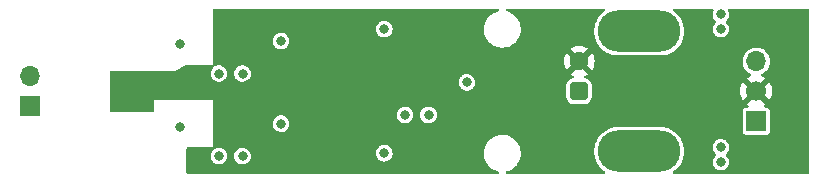
<source format=gbr>
%TF.GenerationSoftware,KiCad,Pcbnew,(6.0.10)*%
%TF.CreationDate,2023-06-04T21:30:06-04:00*%
%TF.ProjectId,diff-probe,64696666-2d70-4726-9f62-652e6b696361,A*%
%TF.SameCoordinates,PX1f78a40PY3750280*%
%TF.FileFunction,Copper,L2,Inr*%
%TF.FilePolarity,Positive*%
%FSLAX46Y46*%
G04 Gerber Fmt 4.6, Leading zero omitted, Abs format (unit mm)*
G04 Created by KiCad (PCBNEW (6.0.10)) date 2023-06-04 21:30:06*
%MOMM*%
%LPD*%
G01*
G04 APERTURE LIST*
G04 Aperture macros list*
%AMRoundRect*
0 Rectangle with rounded corners*
0 $1 Rounding radius*
0 $2 $3 $4 $5 $6 $7 $8 $9 X,Y pos of 4 corners*
0 Add a 4 corners polygon primitive as box body*
4,1,4,$2,$3,$4,$5,$6,$7,$8,$9,$2,$3,0*
0 Add four circle primitives for the rounded corners*
1,1,$1+$1,$2,$3*
1,1,$1+$1,$4,$5*
1,1,$1+$1,$6,$7*
1,1,$1+$1,$8,$9*
0 Add four rect primitives between the rounded corners*
20,1,$1+$1,$2,$3,$4,$5,0*
20,1,$1+$1,$4,$5,$6,$7,0*
20,1,$1+$1,$6,$7,$8,$9,0*
20,1,$1+$1,$8,$9,$2,$3,0*%
%AMHorizOval*
0 Thick line with rounded ends*
0 $1 width*
0 $2 $3 position (X,Y) of the first rounded end (center of the circle)*
0 $4 $5 position (X,Y) of the second rounded end (center of the circle)*
0 Add line between two ends*
20,1,$1,$2,$3,$4,$5,0*
0 Add two circle primitives to create the rounded ends*
1,1,$1,$2,$3*
1,1,$1,$4,$5*%
G04 Aperture macros list end*
%TA.AperFunction,ComponentPad*%
%ADD10O,7.000000X3.500000*%
%TD*%
%TA.AperFunction,ComponentPad*%
%ADD11RoundRect,0.400000X-0.400000X0.400000X-0.400000X-0.400000X0.400000X-0.400000X0.400000X0.400000X0*%
%TD*%
%TA.AperFunction,ComponentPad*%
%ADD12C,1.600000*%
%TD*%
%TA.AperFunction,ComponentPad*%
%ADD13R,1.700000X1.700000*%
%TD*%
%TA.AperFunction,ComponentPad*%
%ADD14O,1.700000X1.700000*%
%TD*%
%TA.AperFunction,ComponentPad*%
%ADD15HorizOval,1.700000X0.000000X0.000000X0.000000X0.000000X0*%
%TD*%
%TA.AperFunction,ViaPad*%
%ADD16C,0.800000*%
%TD*%
G04 APERTURE END LIST*
D10*
%TO.N,*%
%TO.C,J2*%
X53580000Y2920000D03*
X53580000Y13080000D03*
D11*
%TO.N,/OUT*%
X48500000Y8000000D03*
D12*
%TO.N,GND*%
X48500000Y10540000D03*
%TD*%
D13*
%TO.N,/IN_POS*%
%TO.C,J1*%
X2000000Y6730000D03*
D14*
%TO.N,/IN_NEG*%
X2000000Y9270000D03*
%TD*%
D13*
%TO.N,/NEG*%
%TO.C,J3*%
X63500000Y5460000D03*
D15*
%TO.N,GND*%
X63500000Y8000000D03*
D14*
%TO.N,/POS*%
X63500000Y10540000D03*
%TD*%
D16*
%TO.N,GND*%
X39500000Y5000000D03*
X18000000Y13000000D03*
X9750000Y8000000D03*
X23750000Y1500000D03*
X22000000Y1500000D03*
X20000000Y6000000D03*
X23750000Y8500000D03*
X22000000Y8500000D03*
X26750000Y4250000D03*
X37750000Y5000000D03*
X28750000Y4250000D03*
X18000000Y6000000D03*
X37500000Y13250000D03*
X37500000Y2750000D03*
X33750000Y9500000D03*
X35750000Y9500000D03*
X20000000Y13000000D03*
X11500000Y8000000D03*
%TO.N,VSS*%
X32000000Y2750000D03*
X60500000Y3250000D03*
X18000000Y2500000D03*
X20000000Y9500000D03*
X60500000Y2000000D03*
X18000000Y9500000D03*
X35750000Y6000000D03*
X20000000Y2500000D03*
X33750000Y6000000D03*
%TO.N,VDD*%
X60500000Y14500000D03*
X23250000Y5250000D03*
X39000000Y8750000D03*
X32000000Y13250000D03*
X60500000Y13250000D03*
X23250000Y12250000D03*
%TO.N,/FB_POS*%
X14750000Y5000000D03*
%TO.N,/FB_NEG*%
X14750000Y12000000D03*
%TD*%
%TA.AperFunction,Conductor*%
%TO.N,GND*%
G36*
X41651361Y14979998D02*
G01*
X41697854Y14926342D01*
X41707958Y14856068D01*
X41678464Y14791488D01*
X41613295Y14751637D01*
X41566374Y14740112D01*
X41508994Y14726018D01*
X41504342Y14724043D01*
X41504338Y14724042D01*
X41340766Y14654610D01*
X41279323Y14628529D01*
X41068192Y14495573D01*
X41064398Y14492228D01*
X40884832Y14333920D01*
X40884829Y14333917D01*
X40881035Y14330572D01*
X40722666Y14137770D01*
X40597160Y13922128D01*
X40595347Y13917405D01*
X40595346Y13917403D01*
X40563187Y13833625D01*
X40507745Y13689195D01*
X40506712Y13684249D01*
X40506710Y13684243D01*
X40485236Y13581450D01*
X40456722Y13444961D01*
X40456493Y13439912D01*
X40456492Y13439906D01*
X40455170Y13410780D01*
X40445404Y13195712D01*
X40445985Y13190692D01*
X40445985Y13190688D01*
X40456893Y13096414D01*
X40474081Y12947860D01*
X40475460Y12942989D01*
X40475460Y12942986D01*
X40484779Y12910053D01*
X40542017Y12707781D01*
X40564838Y12658841D01*
X40638896Y12500023D01*
X40647462Y12481652D01*
X40787706Y12275290D01*
X40959138Y12094006D01*
X40963164Y12090928D01*
X40963165Y12090927D01*
X41128144Y11964791D01*
X41157349Y11942462D01*
X41377239Y11824557D01*
X41613152Y11743326D01*
X41741099Y11721226D01*
X41855107Y11701533D01*
X41855113Y11701532D01*
X41859017Y11700858D01*
X41862978Y11700678D01*
X41862979Y11700678D01*
X41887503Y11699564D01*
X41887522Y11699564D01*
X41888922Y11699500D01*
X42062691Y11699500D01*
X42065199Y11699702D01*
X42065204Y11699702D01*
X42243661Y11714060D01*
X42243666Y11714061D01*
X42248702Y11714466D01*
X42253610Y11715671D01*
X42253613Y11715672D01*
X42486092Y11772775D01*
X42491006Y11773982D01*
X42495658Y11775957D01*
X42495662Y11775958D01*
X42716022Y11869495D01*
X42716023Y11869495D01*
X42720677Y11871471D01*
X42931808Y12004427D01*
X43029923Y12090927D01*
X43115168Y12166080D01*
X43115171Y12166083D01*
X43118965Y12169428D01*
X43277334Y12362230D01*
X43402840Y12577872D01*
X43404983Y12583453D01*
X43475607Y12767436D01*
X43492255Y12810805D01*
X43495980Y12828632D01*
X43542243Y13050085D01*
X43543278Y13055039D01*
X43543518Y13060313D01*
X43551943Y13245865D01*
X43554596Y13304288D01*
X43540581Y13425423D01*
X43526501Y13547110D01*
X43525919Y13552140D01*
X43457983Y13792219D01*
X43395366Y13926502D01*
X43354675Y14013766D01*
X43354673Y14013770D01*
X43352538Y14018348D01*
X43212294Y14224710D01*
X43040862Y14405994D01*
X42980773Y14451936D01*
X42846677Y14554460D01*
X42846676Y14554461D01*
X42842651Y14557538D01*
X42622761Y14675443D01*
X42392102Y14754865D01*
X42334204Y14795955D01*
X42307713Y14861824D01*
X42321038Y14931559D01*
X42369950Y14983019D01*
X42433123Y15000000D01*
X50596346Y15000000D01*
X50664467Y14979998D01*
X50710960Y14926342D01*
X50721064Y14856068D01*
X50691570Y14791488D01*
X50670407Y14772064D01*
X50534128Y14673051D01*
X50508746Y14654610D01*
X50505582Y14651554D01*
X50505579Y14651552D01*
X50305626Y14458460D01*
X50305622Y14458455D01*
X50302461Y14455403D01*
X50299754Y14451938D01*
X50299752Y14451936D01*
X50217309Y14346414D01*
X50125907Y14229425D01*
X50123704Y14225609D01*
X50012968Y14033807D01*
X49982523Y13981075D01*
X49875097Y13715187D01*
X49805721Y13436935D01*
X49805262Y13432566D01*
X49805261Y13432561D01*
X49780898Y13200766D01*
X49775745Y13151736D01*
X49775898Y13147348D01*
X49775898Y13147342D01*
X49784260Y12907906D01*
X49785753Y12865141D01*
X49786515Y12860818D01*
X49786516Y12860811D01*
X49818128Y12681533D01*
X49835550Y12582728D01*
X49836905Y12578557D01*
X49836907Y12578550D01*
X49870076Y12476468D01*
X49924167Y12309994D01*
X49926095Y12306041D01*
X49926097Y12306036D01*
X49955445Y12245865D01*
X50049879Y12052247D01*
X50210238Y11814504D01*
X50402125Y11601392D01*
X50621803Y11417060D01*
X50864998Y11265095D01*
X51006260Y11202201D01*
X51091661Y11164178D01*
X51126975Y11148455D01*
X51402636Y11069411D01*
X51406986Y11068800D01*
X51406989Y11068799D01*
X51511342Y11054133D01*
X51686615Y11029500D01*
X55401604Y11029500D01*
X55403790Y11029653D01*
X55403794Y11029653D01*
X55611686Y11044190D01*
X55611691Y11044191D01*
X55616071Y11044497D01*
X55620365Y11045410D01*
X55620367Y11045410D01*
X55738984Y11070623D01*
X55896575Y11104120D01*
X55900706Y11105624D01*
X55900711Y11105625D01*
X56075633Y11169292D01*
X56166050Y11202201D01*
X56243081Y11243159D01*
X56415361Y11334761D01*
X56415367Y11334765D01*
X56419253Y11336831D01*
X56422813Y11339418D01*
X56422817Y11339420D01*
X56647691Y11502801D01*
X56647694Y11502803D01*
X56651254Y11505390D01*
X56654421Y11508448D01*
X56854374Y11701540D01*
X56854378Y11701545D01*
X56857539Y11704597D01*
X56864933Y11714060D01*
X57031381Y11927104D01*
X57034093Y11930575D01*
X57087761Y12023532D01*
X57175276Y12175112D01*
X57175278Y12175117D01*
X57177477Y12178925D01*
X57284903Y12444813D01*
X57292796Y12476468D01*
X57353214Y12718794D01*
X57354279Y12723065D01*
X57360664Y12783807D01*
X57383796Y13003895D01*
X57383796Y13003898D01*
X57384255Y13008264D01*
X57382622Y13055039D01*
X57374401Y13290462D01*
X57374400Y13290468D01*
X57374247Y13294859D01*
X57372585Y13304288D01*
X57325212Y13572949D01*
X57324450Y13577272D01*
X57323095Y13581443D01*
X57323093Y13581450D01*
X57258265Y13780967D01*
X57235833Y13850006D01*
X57223716Y13874851D01*
X57170046Y13984888D01*
X57110121Y14107753D01*
X56949762Y14345496D01*
X56757875Y14558608D01*
X56538197Y14742940D01*
X56524279Y14751637D01*
X56499460Y14767146D01*
X56452289Y14820207D01*
X56441294Y14890347D01*
X56469965Y14955297D01*
X56529199Y14994436D01*
X56566229Y15000000D01*
X59758684Y15000000D01*
X59826805Y14979998D01*
X59873298Y14926342D01*
X59883402Y14856068D01*
X59876078Y14828233D01*
X59816524Y14675487D01*
X59815532Y14667954D01*
X59815532Y14667953D01*
X59800591Y14554460D01*
X59794394Y14507389D01*
X59812999Y14338865D01*
X59871266Y14179644D01*
X59875502Y14173341D01*
X59875502Y14173340D01*
X59888574Y14153887D01*
X59965830Y14038917D01*
X59971442Y14033810D01*
X59971445Y14033807D01*
X60043737Y13968027D01*
X60080659Y13907387D01*
X60078936Y13836412D01*
X60041768Y13779888D01*
X59975604Y13722169D01*
X59878113Y13583453D01*
X59816524Y13425487D01*
X59815532Y13417954D01*
X59815532Y13417953D01*
X59799903Y13299234D01*
X59794394Y13257389D01*
X59812999Y13088865D01*
X59871266Y12929644D01*
X59875502Y12923341D01*
X59875502Y12923340D01*
X59885289Y12908776D01*
X59965830Y12788917D01*
X59971442Y12783810D01*
X59971445Y12783807D01*
X60085612Y12679923D01*
X60085616Y12679920D01*
X60091233Y12674809D01*
X60097906Y12671186D01*
X60097910Y12671183D01*
X60233558Y12597533D01*
X60233560Y12597532D01*
X60240235Y12593908D01*
X60247584Y12591980D01*
X60396883Y12552812D01*
X60396885Y12552812D01*
X60404233Y12550884D01*
X60490609Y12549527D01*
X60566161Y12548340D01*
X60566164Y12548340D01*
X60573760Y12548221D01*
X60581165Y12549917D01*
X60581166Y12549917D01*
X60641586Y12563755D01*
X60739029Y12586072D01*
X60890498Y12662253D01*
X61019423Y12772366D01*
X61118361Y12910053D01*
X61126237Y12929644D01*
X61178766Y13060313D01*
X61178767Y13060315D01*
X61181601Y13067366D01*
X61205490Y13235222D01*
X61205645Y13250000D01*
X61203840Y13264920D01*
X61186188Y13410780D01*
X61185276Y13418320D01*
X61125345Y13576923D01*
X61029312Y13716651D01*
X60957122Y13780970D01*
X60919568Y13841218D01*
X60920548Y13912208D01*
X60959112Y13970855D01*
X61013651Y14017436D01*
X61013652Y14017437D01*
X61019423Y14022366D01*
X61118361Y14160053D01*
X61126237Y14179644D01*
X61178766Y14310313D01*
X61178767Y14310315D01*
X61181601Y14317366D01*
X61205490Y14485222D01*
X61205645Y14500000D01*
X61203840Y14514920D01*
X61198553Y14558608D01*
X61185276Y14668320D01*
X61125345Y14826923D01*
X61127792Y14827847D01*
X61116389Y14885274D01*
X61142407Y14951332D01*
X61200007Y14992837D01*
X61241884Y15000000D01*
X67874000Y15000000D01*
X67942121Y14979998D01*
X67988614Y14926342D01*
X68000000Y14874000D01*
X68000000Y1126000D01*
X67979998Y1057879D01*
X67926342Y1011386D01*
X67874000Y1000000D01*
X56563654Y1000000D01*
X56495533Y1020002D01*
X56449040Y1073658D01*
X56438936Y1143932D01*
X56468430Y1208512D01*
X56489593Y1227936D01*
X56647691Y1342801D01*
X56647694Y1342803D01*
X56651254Y1345390D01*
X56654421Y1348448D01*
X56854374Y1541540D01*
X56854378Y1541545D01*
X56857539Y1544597D01*
X56899019Y1597688D01*
X57031381Y1767104D01*
X57034093Y1770575D01*
X57089533Y1866601D01*
X57170817Y2007389D01*
X59794394Y2007389D01*
X59812999Y1838865D01*
X59871266Y1679644D01*
X59875502Y1673341D01*
X59875502Y1673340D01*
X59885709Y1658150D01*
X59965830Y1538917D01*
X59971442Y1533810D01*
X59971445Y1533807D01*
X60085612Y1429923D01*
X60085616Y1429920D01*
X60091233Y1424809D01*
X60097906Y1421186D01*
X60097910Y1421183D01*
X60233558Y1347533D01*
X60233560Y1347532D01*
X60240235Y1343908D01*
X60247584Y1341980D01*
X60396883Y1302812D01*
X60396885Y1302812D01*
X60404233Y1300884D01*
X60490609Y1299527D01*
X60566161Y1298340D01*
X60566164Y1298340D01*
X60573760Y1298221D01*
X60581165Y1299917D01*
X60581166Y1299917D01*
X60641586Y1313755D01*
X60739029Y1336072D01*
X60890498Y1412253D01*
X61019423Y1522366D01*
X61118361Y1660053D01*
X61126237Y1679644D01*
X61178766Y1810313D01*
X61178767Y1810315D01*
X61181601Y1817366D01*
X61205490Y1985222D01*
X61205645Y2000000D01*
X61203840Y2014920D01*
X61196221Y2077872D01*
X61185276Y2168320D01*
X61125345Y2326923D01*
X61059079Y2423340D01*
X61033614Y2460392D01*
X61033613Y2460393D01*
X61029312Y2466651D01*
X60957122Y2530970D01*
X60919568Y2591218D01*
X60920548Y2662208D01*
X60959112Y2720855D01*
X61013651Y2767436D01*
X61013652Y2767437D01*
X61019423Y2772366D01*
X61118361Y2910053D01*
X61124540Y2925423D01*
X61178766Y3060313D01*
X61178767Y3060315D01*
X61181601Y3067366D01*
X61190581Y3130462D01*
X61204909Y3231138D01*
X61204909Y3231141D01*
X61205490Y3235222D01*
X61205645Y3250000D01*
X61203840Y3264920D01*
X61195104Y3337108D01*
X61185276Y3418320D01*
X61125345Y3576923D01*
X61080841Y3641676D01*
X61033614Y3710392D01*
X61033613Y3710393D01*
X61029312Y3716651D01*
X61016132Y3728394D01*
X60908392Y3824388D01*
X60908388Y3824390D01*
X60902721Y3829440D01*
X60752881Y3908776D01*
X60588441Y3950081D01*
X60580843Y3950121D01*
X60580841Y3950121D01*
X60503668Y3950525D01*
X60418895Y3950969D01*
X60411508Y3949195D01*
X60411504Y3949195D01*
X60268162Y3914780D01*
X60254032Y3911388D01*
X60247288Y3907907D01*
X60247285Y3907906D01*
X60110117Y3837108D01*
X60103369Y3833625D01*
X60097647Y3828633D01*
X60097645Y3828632D01*
X60026069Y3766192D01*
X59975604Y3722169D01*
X59971237Y3715955D01*
X59913216Y3633399D01*
X59878113Y3583453D01*
X59816524Y3425487D01*
X59815532Y3417954D01*
X59815532Y3417953D01*
X59798339Y3287352D01*
X59794394Y3257389D01*
X59812999Y3088865D01*
X59818297Y3074388D01*
X59867511Y2939906D01*
X59871266Y2929644D01*
X59875502Y2923341D01*
X59875502Y2923340D01*
X59888574Y2903887D01*
X59965830Y2788917D01*
X59971442Y2783810D01*
X59971445Y2783807D01*
X60043737Y2718027D01*
X60080659Y2657387D01*
X60078936Y2586412D01*
X60041768Y2529888D01*
X59975604Y2472169D01*
X59878113Y2333453D01*
X59816524Y2175487D01*
X59815532Y2167954D01*
X59815532Y2167953D01*
X59795411Y2015112D01*
X59794394Y2007389D01*
X57170817Y2007389D01*
X57175276Y2015112D01*
X57175278Y2015117D01*
X57177477Y2018925D01*
X57284903Y2284813D01*
X57296963Y2333181D01*
X57353214Y2558794D01*
X57354279Y2563065D01*
X57360796Y2625063D01*
X57383796Y2843895D01*
X57383796Y2843898D01*
X57384255Y2848264D01*
X57382313Y2903887D01*
X57374401Y3130462D01*
X57374400Y3130468D01*
X57374247Y3134859D01*
X57370657Y3155224D01*
X57325622Y3410625D01*
X57324450Y3417272D01*
X57323095Y3421443D01*
X57323093Y3421450D01*
X57254226Y3633399D01*
X57235833Y3690006D01*
X57222838Y3716651D01*
X57132284Y3902312D01*
X57110121Y3947753D01*
X56949762Y4185496D01*
X56757875Y4398608D01*
X56559155Y4565354D01*
X62349500Y4565354D01*
X62352618Y4539154D01*
X62398061Y4436847D01*
X62477287Y4357759D01*
X62487924Y4353056D01*
X62487926Y4353055D01*
X62526341Y4336072D01*
X62579673Y4312494D01*
X62605354Y4309500D01*
X64394646Y4309500D01*
X64398350Y4309941D01*
X64398353Y4309941D01*
X64405746Y4310821D01*
X64420846Y4312618D01*
X64523153Y4358061D01*
X64602241Y4437287D01*
X64647506Y4539673D01*
X64650500Y4565354D01*
X64650500Y6354646D01*
X64647382Y6380846D01*
X64607025Y6471704D01*
X64606663Y6472518D01*
X64601939Y6483153D01*
X64522713Y6562241D01*
X64512076Y6566944D01*
X64512074Y6566945D01*
X64452538Y6593265D01*
X64420327Y6607506D01*
X64394646Y6610500D01*
X64284285Y6610500D01*
X64216164Y6630502D01*
X64169671Y6684158D01*
X64159567Y6754432D01*
X64189061Y6819012D01*
X64211116Y6839078D01*
X64249247Y6866277D01*
X64257648Y6876977D01*
X64250660Y6890130D01*
X63512812Y7627978D01*
X63498868Y7635592D01*
X63497035Y7635461D01*
X63490420Y7631210D01*
X62746737Y6887527D01*
X62739977Y6875147D01*
X62745257Y6868094D01*
X62784284Y6845288D01*
X62833007Y6793649D01*
X62846078Y6723866D01*
X62819346Y6658094D01*
X62761299Y6617216D01*
X62720713Y6610500D01*
X62605354Y6610500D01*
X62601650Y6610059D01*
X62601647Y6610059D01*
X62594254Y6609179D01*
X62579154Y6607382D01*
X62570514Y6603544D01*
X62570513Y6603544D01*
X62488117Y6566945D01*
X62476847Y6561939D01*
X62397759Y6482713D01*
X62393056Y6472076D01*
X62393055Y6472074D01*
X62366735Y6412538D01*
X62352494Y6380327D01*
X62349500Y6354646D01*
X62349500Y4565354D01*
X56559155Y4565354D01*
X56538197Y4582940D01*
X56295002Y4734905D01*
X56033025Y4851545D01*
X55804406Y4917100D01*
X55761591Y4929377D01*
X55761590Y4929377D01*
X55757364Y4930589D01*
X55753014Y4931200D01*
X55753011Y4931201D01*
X55648658Y4945867D01*
X55473385Y4970500D01*
X51758396Y4970500D01*
X51756210Y4970347D01*
X51756206Y4970347D01*
X51548314Y4955810D01*
X51548309Y4955809D01*
X51543929Y4955503D01*
X51539635Y4954590D01*
X51539633Y4954590D01*
X51455835Y4936778D01*
X51263425Y4895880D01*
X51259294Y4894376D01*
X51259289Y4894375D01*
X51141616Y4851545D01*
X50993950Y4797799D01*
X50936845Y4767436D01*
X50744639Y4665239D01*
X50744633Y4665235D01*
X50740747Y4663169D01*
X50737187Y4660582D01*
X50737183Y4660580D01*
X50512309Y4497199D01*
X50508746Y4494610D01*
X50505582Y4491554D01*
X50505579Y4491552D01*
X50305626Y4298460D01*
X50305622Y4298455D01*
X50302461Y4295403D01*
X50299754Y4291938D01*
X50299752Y4291936D01*
X50216592Y4185496D01*
X50125907Y4069425D01*
X50107371Y4037320D01*
X49987353Y3829440D01*
X49982523Y3821075D01*
X49875097Y3555187D01*
X49874032Y3550914D01*
X49874031Y3550912D01*
X49859243Y3491599D01*
X49805721Y3276935D01*
X49805262Y3272565D01*
X49805261Y3272561D01*
X49784641Y3076373D01*
X49775745Y2991736D01*
X49775898Y2987348D01*
X49775898Y2987342D01*
X49784703Y2735222D01*
X49785753Y2705141D01*
X49786515Y2700818D01*
X49786516Y2700811D01*
X49818128Y2521533D01*
X49835550Y2422728D01*
X49836905Y2418557D01*
X49836907Y2418550D01*
X49865116Y2331734D01*
X49924167Y2149994D01*
X49926095Y2146041D01*
X49926097Y2146036D01*
X49957039Y2082597D01*
X50049879Y1892247D01*
X50210238Y1654504D01*
X50402125Y1441392D01*
X50621803Y1257060D01*
X50625539Y1254726D01*
X50625541Y1254724D01*
X50660540Y1232854D01*
X50707711Y1179793D01*
X50718706Y1109653D01*
X50690035Y1044703D01*
X50630801Y1005564D01*
X50593771Y1000000D01*
X42416760Y1000000D01*
X42348639Y1020002D01*
X42302146Y1073658D01*
X42292042Y1143932D01*
X42321536Y1208512D01*
X42386705Y1248363D01*
X42486092Y1272775D01*
X42491006Y1273982D01*
X42495658Y1275957D01*
X42495662Y1275958D01*
X42716022Y1369495D01*
X42716023Y1369495D01*
X42720677Y1371471D01*
X42931808Y1504427D01*
X42978075Y1545217D01*
X43115168Y1666080D01*
X43115171Y1666083D01*
X43118965Y1669428D01*
X43127357Y1679644D01*
X43209363Y1779481D01*
X43277334Y1862230D01*
X43402840Y2077872D01*
X43407298Y2089484D01*
X43475607Y2267436D01*
X43492255Y2310805D01*
X43494139Y2319820D01*
X43542243Y2550085D01*
X43543278Y2555039D01*
X43543518Y2560313D01*
X43550094Y2705141D01*
X43554596Y2804288D01*
X43550014Y2843895D01*
X43526501Y3047110D01*
X43525919Y3052140D01*
X43521611Y3067366D01*
X43465708Y3264920D01*
X43457983Y3292219D01*
X43386899Y3444660D01*
X43354675Y3513766D01*
X43354673Y3513770D01*
X43352538Y3518348D01*
X43212294Y3724710D01*
X43040862Y3905994D01*
X42983147Y3950121D01*
X42846677Y4054460D01*
X42846676Y4054461D01*
X42842651Y4057538D01*
X42622761Y4175443D01*
X42386848Y4256674D01*
X42258901Y4278774D01*
X42144893Y4298467D01*
X42144887Y4298468D01*
X42140983Y4299142D01*
X42137022Y4299322D01*
X42137021Y4299322D01*
X42112497Y4300436D01*
X42112478Y4300436D01*
X42111078Y4300500D01*
X41937309Y4300500D01*
X41934801Y4300298D01*
X41934796Y4300298D01*
X41756339Y4285940D01*
X41756334Y4285939D01*
X41751298Y4285534D01*
X41746390Y4284329D01*
X41746387Y4284328D01*
X41516392Y4227835D01*
X41508994Y4226018D01*
X41504342Y4224043D01*
X41504338Y4224042D01*
X41283978Y4130505D01*
X41279323Y4128529D01*
X41068192Y3995573D01*
X41064398Y3992228D01*
X40884832Y3833920D01*
X40884829Y3833917D01*
X40881035Y3830572D01*
X40722666Y3637770D01*
X40597160Y3422128D01*
X40595347Y3417405D01*
X40595346Y3417403D01*
X40590671Y3405224D01*
X40507745Y3189195D01*
X40506712Y3184249D01*
X40506710Y3184243D01*
X40466494Y2991736D01*
X40456722Y2944961D01*
X40456493Y2939912D01*
X40456492Y2939906D01*
X40455457Y2917100D01*
X40445404Y2695712D01*
X40445985Y2690692D01*
X40445985Y2690688D01*
X40461070Y2560313D01*
X40474081Y2447860D01*
X40475460Y2442989D01*
X40475460Y2442986D01*
X40481193Y2422728D01*
X40542017Y2207781D01*
X40570809Y2146036D01*
X40643874Y1989347D01*
X40647462Y1981652D01*
X40787706Y1775290D01*
X40959138Y1594006D01*
X40963164Y1590928D01*
X40963165Y1590927D01*
X41031191Y1538917D01*
X41157349Y1442462D01*
X41377239Y1324557D01*
X41524120Y1273982D01*
X41607898Y1245135D01*
X41665796Y1204045D01*
X41692287Y1138176D01*
X41678962Y1068441D01*
X41630050Y1016981D01*
X41566877Y1000000D01*
X15376000Y1000000D01*
X15307879Y1020002D01*
X15261386Y1073658D01*
X15250000Y1126000D01*
X15250000Y2507389D01*
X17294394Y2507389D01*
X17312999Y2338865D01*
X17371266Y2179644D01*
X17375502Y2173341D01*
X17375502Y2173340D01*
X17385245Y2158841D01*
X17465830Y2038917D01*
X17471442Y2033810D01*
X17471445Y2033807D01*
X17585612Y1929923D01*
X17585616Y1929920D01*
X17591233Y1924809D01*
X17597906Y1921186D01*
X17597910Y1921183D01*
X17733558Y1847533D01*
X17733560Y1847532D01*
X17740235Y1843908D01*
X17747584Y1841980D01*
X17896883Y1802812D01*
X17896885Y1802812D01*
X17904233Y1800884D01*
X17990609Y1799527D01*
X18066161Y1798340D01*
X18066164Y1798340D01*
X18073760Y1798221D01*
X18081165Y1799917D01*
X18081166Y1799917D01*
X18157353Y1817366D01*
X18239029Y1836072D01*
X18390498Y1912253D01*
X18469713Y1979910D01*
X18513651Y2017436D01*
X18513652Y2017437D01*
X18519423Y2022366D01*
X18618361Y2160053D01*
X18624540Y2175423D01*
X18678766Y2310313D01*
X18678767Y2310315D01*
X18681601Y2317366D01*
X18702847Y2466651D01*
X18704909Y2481138D01*
X18704909Y2481141D01*
X18705490Y2485222D01*
X18705645Y2500000D01*
X18704751Y2507389D01*
X19294394Y2507389D01*
X19312999Y2338865D01*
X19371266Y2179644D01*
X19375502Y2173341D01*
X19375502Y2173340D01*
X19385245Y2158841D01*
X19465830Y2038917D01*
X19471442Y2033810D01*
X19471445Y2033807D01*
X19585612Y1929923D01*
X19585616Y1929920D01*
X19591233Y1924809D01*
X19597906Y1921186D01*
X19597910Y1921183D01*
X19733558Y1847533D01*
X19733560Y1847532D01*
X19740235Y1843908D01*
X19747584Y1841980D01*
X19896883Y1802812D01*
X19896885Y1802812D01*
X19904233Y1800884D01*
X19990609Y1799527D01*
X20066161Y1798340D01*
X20066164Y1798340D01*
X20073760Y1798221D01*
X20081165Y1799917D01*
X20081166Y1799917D01*
X20157353Y1817366D01*
X20239029Y1836072D01*
X20390498Y1912253D01*
X20469713Y1979910D01*
X20513651Y2017436D01*
X20513652Y2017437D01*
X20519423Y2022366D01*
X20618361Y2160053D01*
X20624540Y2175423D01*
X20678766Y2310313D01*
X20678767Y2310315D01*
X20681601Y2317366D01*
X20702847Y2466651D01*
X20704909Y2481138D01*
X20704909Y2481141D01*
X20705490Y2485222D01*
X20705645Y2500000D01*
X20703840Y2514920D01*
X20699584Y2550085D01*
X20685276Y2668320D01*
X20651620Y2757389D01*
X31294394Y2757389D01*
X31312999Y2588865D01*
X31371266Y2429644D01*
X31375502Y2423341D01*
X31375502Y2423340D01*
X31388574Y2403887D01*
X31465830Y2288917D01*
X31471442Y2283810D01*
X31471445Y2283807D01*
X31585612Y2179923D01*
X31585616Y2179920D01*
X31591233Y2174809D01*
X31597906Y2171186D01*
X31597910Y2171183D01*
X31733558Y2097533D01*
X31733560Y2097532D01*
X31740235Y2093908D01*
X31747584Y2091980D01*
X31896883Y2052812D01*
X31896885Y2052812D01*
X31904233Y2050884D01*
X31990609Y2049527D01*
X32066161Y2048340D01*
X32066164Y2048340D01*
X32073760Y2048221D01*
X32081165Y2049917D01*
X32081166Y2049917D01*
X32203225Y2077872D01*
X32239029Y2086072D01*
X32390498Y2162253D01*
X32519423Y2272366D01*
X32618361Y2410053D01*
X32626237Y2429644D01*
X32678766Y2560313D01*
X32678767Y2560315D01*
X32681601Y2567366D01*
X32703043Y2718027D01*
X32704909Y2731138D01*
X32704909Y2731141D01*
X32705490Y2735222D01*
X32705645Y2750000D01*
X32703840Y2764920D01*
X32693222Y2852658D01*
X32685276Y2918320D01*
X32625345Y3076923D01*
X32592990Y3124000D01*
X32533614Y3210392D01*
X32533613Y3210393D01*
X32529312Y3216651D01*
X32517514Y3227163D01*
X32408392Y3324388D01*
X32408388Y3324390D01*
X32402721Y3329440D01*
X32252881Y3408776D01*
X32088441Y3450081D01*
X32080843Y3450121D01*
X32080841Y3450121D01*
X32003668Y3450525D01*
X31918895Y3450969D01*
X31911508Y3449195D01*
X31911504Y3449195D01*
X31779086Y3417403D01*
X31754032Y3411388D01*
X31747288Y3407907D01*
X31747285Y3407906D01*
X31742089Y3405224D01*
X31603369Y3333625D01*
X31597647Y3328633D01*
X31597645Y3328632D01*
X31555904Y3292219D01*
X31475604Y3222169D01*
X31455747Y3193915D01*
X31396794Y3110033D01*
X31378113Y3083453D01*
X31316524Y2925487D01*
X31315532Y2917954D01*
X31315532Y2917953D01*
X31295717Y2767436D01*
X31294394Y2757389D01*
X20651620Y2757389D01*
X20625345Y2826923D01*
X20568211Y2910053D01*
X20533614Y2960392D01*
X20533613Y2960393D01*
X20529312Y2966651D01*
X20506089Y2987342D01*
X20408392Y3074388D01*
X20408388Y3074390D01*
X20402721Y3079440D01*
X20395656Y3083181D01*
X20319502Y3123502D01*
X20252881Y3158776D01*
X20088441Y3200081D01*
X20080843Y3200121D01*
X20080841Y3200121D01*
X20003668Y3200525D01*
X19918895Y3200969D01*
X19911508Y3199195D01*
X19911504Y3199195D01*
X19768162Y3164780D01*
X19754032Y3161388D01*
X19747288Y3157907D01*
X19747285Y3157906D01*
X19628147Y3096414D01*
X19603369Y3083625D01*
X19597647Y3078633D01*
X19597645Y3078632D01*
X19593358Y3074892D01*
X19475604Y2972169D01*
X19437758Y2918320D01*
X19385452Y2843895D01*
X19378113Y2833453D01*
X19316524Y2675487D01*
X19315532Y2667954D01*
X19315532Y2667953D01*
X19301333Y2560094D01*
X19294394Y2507389D01*
X18704751Y2507389D01*
X18703840Y2514920D01*
X18699584Y2550085D01*
X18685276Y2668320D01*
X18625345Y2826923D01*
X18568211Y2910053D01*
X18533614Y2960392D01*
X18533613Y2960393D01*
X18529312Y2966651D01*
X18506089Y2987342D01*
X18408392Y3074388D01*
X18408388Y3074390D01*
X18402721Y3079440D01*
X18395656Y3083181D01*
X18319502Y3123502D01*
X18252881Y3158776D01*
X18088441Y3200081D01*
X18080843Y3200121D01*
X18080841Y3200121D01*
X18003668Y3200525D01*
X17918895Y3200969D01*
X17911508Y3199195D01*
X17911504Y3199195D01*
X17768162Y3164780D01*
X17754032Y3161388D01*
X17747288Y3157907D01*
X17747285Y3157906D01*
X17680629Y3123502D01*
X17610921Y3110033D01*
X17580372Y3122246D01*
X17582698Y3106068D01*
X17553204Y3041488D01*
X17540809Y3029051D01*
X17475604Y2972169D01*
X17437758Y2918320D01*
X17385452Y2843895D01*
X17378113Y2833453D01*
X17316524Y2675487D01*
X17315532Y2667954D01*
X17315532Y2667953D01*
X17301333Y2560094D01*
X17294394Y2507389D01*
X15250000Y2507389D01*
X15250000Y3124000D01*
X15270002Y3192121D01*
X15323658Y3238614D01*
X15376000Y3250000D01*
X17457980Y3250000D01*
X17501210Y3237307D01*
X17500451Y3250000D01*
X17500000Y3250000D01*
X17500000Y5257389D01*
X22544394Y5257389D01*
X22562999Y5088865D01*
X22570867Y5067366D01*
X22611691Y4955810D01*
X22621266Y4929644D01*
X22625502Y4923341D01*
X22625502Y4923340D01*
X22638574Y4903887D01*
X22715830Y4788917D01*
X22721442Y4783810D01*
X22721445Y4783807D01*
X22835612Y4679923D01*
X22835616Y4679920D01*
X22841233Y4674809D01*
X22847906Y4671186D01*
X22847910Y4671183D01*
X22983558Y4597533D01*
X22983560Y4597532D01*
X22990235Y4593908D01*
X22997584Y4591980D01*
X23146883Y4552812D01*
X23146885Y4552812D01*
X23154233Y4550884D01*
X23240609Y4549527D01*
X23316161Y4548340D01*
X23316164Y4548340D01*
X23323760Y4548221D01*
X23331165Y4549917D01*
X23331166Y4549917D01*
X23398568Y4565354D01*
X23489029Y4586072D01*
X23640498Y4662253D01*
X23769423Y4772366D01*
X23868361Y4910053D01*
X23876237Y4929644D01*
X23928766Y5060313D01*
X23928767Y5060315D01*
X23931601Y5067366D01*
X23955490Y5235222D01*
X23955645Y5250000D01*
X23953840Y5264920D01*
X23936188Y5410780D01*
X23935276Y5418320D01*
X23875345Y5576923D01*
X23818211Y5660053D01*
X23783614Y5710392D01*
X23783613Y5710393D01*
X23779312Y5716651D01*
X23674189Y5810313D01*
X23658392Y5824388D01*
X23658388Y5824390D01*
X23652721Y5829440D01*
X23634921Y5838865D01*
X23585080Y5865254D01*
X23502881Y5908776D01*
X23338441Y5950081D01*
X23330843Y5950121D01*
X23330841Y5950121D01*
X23253668Y5950525D01*
X23168895Y5950969D01*
X23161508Y5949195D01*
X23161504Y5949195D01*
X23018162Y5914780D01*
X23004032Y5911388D01*
X22997288Y5907907D01*
X22997285Y5907906D01*
X22992089Y5905224D01*
X22853369Y5833625D01*
X22725604Y5722169D01*
X22686901Y5667100D01*
X22682887Y5661388D01*
X22628113Y5583453D01*
X22566524Y5425487D01*
X22565532Y5417954D01*
X22565532Y5417953D01*
X22549770Y5298221D01*
X22544394Y5257389D01*
X17500000Y5257389D01*
X17500000Y6007389D01*
X33044394Y6007389D01*
X33062999Y5838865D01*
X33121266Y5679644D01*
X33125502Y5673341D01*
X33125502Y5673340D01*
X33135289Y5658776D01*
X33215830Y5538917D01*
X33221442Y5533810D01*
X33221445Y5533807D01*
X33335612Y5429923D01*
X33335616Y5429920D01*
X33341233Y5424809D01*
X33347906Y5421186D01*
X33347910Y5421183D01*
X33483558Y5347533D01*
X33483560Y5347532D01*
X33490235Y5343908D01*
X33497584Y5341980D01*
X33646883Y5302812D01*
X33646885Y5302812D01*
X33654233Y5300884D01*
X33740609Y5299527D01*
X33816161Y5298340D01*
X33816164Y5298340D01*
X33823760Y5298221D01*
X33831165Y5299917D01*
X33831166Y5299917D01*
X33891586Y5313755D01*
X33989029Y5336072D01*
X34140498Y5412253D01*
X34269423Y5522366D01*
X34368361Y5660053D01*
X34376237Y5679644D01*
X34428766Y5810313D01*
X34428767Y5810315D01*
X34431601Y5817366D01*
X34444610Y5908776D01*
X34454909Y5981138D01*
X34454909Y5981141D01*
X34455490Y5985222D01*
X34455645Y6000000D01*
X34454751Y6007389D01*
X35044394Y6007389D01*
X35062999Y5838865D01*
X35121266Y5679644D01*
X35125502Y5673341D01*
X35125502Y5673340D01*
X35135289Y5658776D01*
X35215830Y5538917D01*
X35221442Y5533810D01*
X35221445Y5533807D01*
X35335612Y5429923D01*
X35335616Y5429920D01*
X35341233Y5424809D01*
X35347906Y5421186D01*
X35347910Y5421183D01*
X35483558Y5347533D01*
X35483560Y5347532D01*
X35490235Y5343908D01*
X35497584Y5341980D01*
X35646883Y5302812D01*
X35646885Y5302812D01*
X35654233Y5300884D01*
X35740609Y5299527D01*
X35816161Y5298340D01*
X35816164Y5298340D01*
X35823760Y5298221D01*
X35831165Y5299917D01*
X35831166Y5299917D01*
X35891586Y5313755D01*
X35989029Y5336072D01*
X36140498Y5412253D01*
X36269423Y5522366D01*
X36368361Y5660053D01*
X36376237Y5679644D01*
X36428766Y5810313D01*
X36428767Y5810315D01*
X36431601Y5817366D01*
X36444610Y5908776D01*
X36454909Y5981138D01*
X36454909Y5981141D01*
X36455490Y5985222D01*
X36455645Y6000000D01*
X36453840Y6014920D01*
X36436188Y6160780D01*
X36435276Y6168320D01*
X36375345Y6326923D01*
X36279312Y6466651D01*
X36273641Y6471704D01*
X36158392Y6574388D01*
X36158388Y6574390D01*
X36152721Y6579440D01*
X36107197Y6603544D01*
X36056281Y6630502D01*
X36002881Y6658776D01*
X35838441Y6700081D01*
X35830843Y6700121D01*
X35830841Y6700121D01*
X35753668Y6700525D01*
X35668895Y6700969D01*
X35661508Y6699195D01*
X35661504Y6699195D01*
X35518162Y6664780D01*
X35504032Y6661388D01*
X35497288Y6657907D01*
X35497285Y6657906D01*
X35399397Y6607382D01*
X35353369Y6583625D01*
X35347647Y6578633D01*
X35347645Y6578632D01*
X35319435Y6554023D01*
X35225604Y6472169D01*
X35221237Y6465955D01*
X35140385Y6350914D01*
X35128113Y6333453D01*
X35066524Y6175487D01*
X35044394Y6007389D01*
X34454751Y6007389D01*
X34453840Y6014920D01*
X34436188Y6160780D01*
X34435276Y6168320D01*
X34375345Y6326923D01*
X34279312Y6466651D01*
X34273641Y6471704D01*
X34158392Y6574388D01*
X34158388Y6574390D01*
X34152721Y6579440D01*
X34107197Y6603544D01*
X34056281Y6630502D01*
X34002881Y6658776D01*
X33838441Y6700081D01*
X33830843Y6700121D01*
X33830841Y6700121D01*
X33753668Y6700525D01*
X33668895Y6700969D01*
X33661508Y6699195D01*
X33661504Y6699195D01*
X33518162Y6664780D01*
X33504032Y6661388D01*
X33497288Y6657907D01*
X33497285Y6657906D01*
X33399397Y6607382D01*
X33353369Y6583625D01*
X33347647Y6578633D01*
X33347645Y6578632D01*
X33319435Y6554023D01*
X33225604Y6472169D01*
X33221237Y6465955D01*
X33140385Y6350914D01*
X33128113Y6333453D01*
X33066524Y6175487D01*
X33044394Y6007389D01*
X17500000Y6007389D01*
X17500000Y7250000D01*
X12500000Y7250000D01*
X12500000Y6376000D01*
X12479998Y6307879D01*
X12426342Y6261386D01*
X12374000Y6250000D01*
X8876000Y6250000D01*
X8807879Y6270002D01*
X8761386Y6323658D01*
X8750000Y6376000D01*
X8750000Y8757389D01*
X38294394Y8757389D01*
X38312999Y8588865D01*
X38320867Y8567366D01*
X38361624Y8455993D01*
X38371266Y8429644D01*
X38375502Y8423341D01*
X38375502Y8423340D01*
X38388574Y8403887D01*
X38465830Y8288917D01*
X38471442Y8283810D01*
X38471445Y8283807D01*
X38585612Y8179923D01*
X38585616Y8179920D01*
X38591233Y8174809D01*
X38597906Y8171186D01*
X38597910Y8171183D01*
X38733558Y8097533D01*
X38733560Y8097532D01*
X38740235Y8093908D01*
X38747584Y8091980D01*
X38896883Y8052812D01*
X38896885Y8052812D01*
X38904233Y8050884D01*
X38990609Y8049527D01*
X39066161Y8048340D01*
X39066164Y8048340D01*
X39073760Y8048221D01*
X39081165Y8049917D01*
X39081166Y8049917D01*
X39141586Y8063755D01*
X39239029Y8086072D01*
X39390498Y8162253D01*
X39519423Y8272366D01*
X39618361Y8410053D01*
X39628038Y8434125D01*
X39636829Y8455993D01*
X47399500Y8455993D01*
X47399501Y7544008D01*
X47399764Y7541150D01*
X47399764Y7541141D01*
X47403015Y7505757D01*
X47406171Y7471406D01*
X47456873Y7309617D01*
X47544703Y7164592D01*
X47664592Y7044703D01*
X47809617Y6956873D01*
X47816864Y6954602D01*
X47816866Y6954601D01*
X47882106Y6934156D01*
X47971406Y6906171D01*
X48044007Y6899500D01*
X48046905Y6899500D01*
X48501183Y6899501D01*
X48955992Y6899501D01*
X48958850Y6899764D01*
X48958859Y6899764D01*
X48994243Y6903015D01*
X49028594Y6906171D01*
X49034979Y6908172D01*
X49183134Y6954601D01*
X49183136Y6954602D01*
X49190383Y6956873D01*
X49335408Y7044703D01*
X49455297Y7164592D01*
X49543127Y7309617D01*
X49593829Y7471406D01*
X49600500Y7544007D01*
X49600499Y8028137D01*
X62138050Y8028137D01*
X62150309Y7815523D01*
X62151745Y7805303D01*
X62198565Y7597554D01*
X62201645Y7587725D01*
X62281770Y7390397D01*
X62286413Y7381206D01*
X62366460Y7250580D01*
X62376916Y7241120D01*
X62385694Y7244904D01*
X63127978Y7987188D01*
X63134356Y7998868D01*
X63864408Y7998868D01*
X63864539Y7997035D01*
X63868790Y7990420D01*
X64610474Y7248736D01*
X64622484Y7242177D01*
X64634223Y7251145D01*
X64665004Y7293981D01*
X64670315Y7302820D01*
X64764670Y7493733D01*
X64768469Y7503328D01*
X64830376Y7707085D01*
X64832555Y7717166D01*
X64860590Y7930113D01*
X64861109Y7936788D01*
X64862572Y7996636D01*
X64862378Y8003354D01*
X64844781Y8217396D01*
X64843096Y8227576D01*
X64791214Y8434125D01*
X64787894Y8443876D01*
X64702972Y8639186D01*
X64698105Y8648261D01*
X64633063Y8748803D01*
X64622377Y8758005D01*
X64612812Y8753602D01*
X63872022Y8012812D01*
X63864408Y7998868D01*
X63134356Y7998868D01*
X63135592Y8001132D01*
X63135461Y8002965D01*
X63131210Y8009580D01*
X62389849Y8750941D01*
X62378313Y8757241D01*
X62366031Y8747618D01*
X62318089Y8677338D01*
X62313004Y8668387D01*
X62223338Y8475217D01*
X62219775Y8465530D01*
X62162864Y8260319D01*
X62160933Y8250200D01*
X62138302Y8038426D01*
X62138050Y8028137D01*
X49600499Y8028137D01*
X49600499Y8455992D01*
X49600234Y8458884D01*
X49594440Y8521940D01*
X49593829Y8528594D01*
X49583889Y8560313D01*
X49545399Y8683134D01*
X49545398Y8683136D01*
X49543127Y8690383D01*
X49455297Y8835408D01*
X49335408Y8955297D01*
X49190383Y9043127D01*
X49183136Y9045398D01*
X49183134Y9045399D01*
X49034976Y9091829D01*
X49028594Y9093829D01*
X49027905Y9093892D01*
X48967033Y9125838D01*
X48931984Y9187580D01*
X48935880Y9258470D01*
X48977482Y9316000D01*
X49001396Y9330587D01*
X49151511Y9400586D01*
X49161006Y9406069D01*
X49213048Y9442509D01*
X49221424Y9452988D01*
X49214356Y9466434D01*
X48512812Y10167978D01*
X48498868Y10175592D01*
X48497035Y10175461D01*
X48490420Y10171210D01*
X47784923Y9465713D01*
X47778493Y9453938D01*
X47787789Y9441923D01*
X47838994Y9406069D01*
X47848489Y9400586D01*
X47998604Y9330587D01*
X48051889Y9283670D01*
X48071350Y9215393D01*
X48050808Y9147433D01*
X47996786Y9101367D01*
X47973896Y9094058D01*
X47971406Y9093829D01*
X47965024Y9091829D01*
X47816866Y9045399D01*
X47816864Y9045398D01*
X47809617Y9043127D01*
X47664592Y8955297D01*
X47544703Y8835408D01*
X47456873Y8690383D01*
X47406171Y8528594D01*
X47399500Y8455993D01*
X39636829Y8455993D01*
X39678766Y8560313D01*
X39678767Y8560315D01*
X39681601Y8567366D01*
X39705490Y8735222D01*
X39705645Y8750000D01*
X39703840Y8764920D01*
X39686188Y8910780D01*
X39685276Y8918320D01*
X39625345Y9076923D01*
X39591989Y9125456D01*
X39533614Y9210392D01*
X39533613Y9210393D01*
X39529312Y9216651D01*
X39502656Y9240401D01*
X39408392Y9324388D01*
X39408388Y9324390D01*
X39402721Y9329440D01*
X39384921Y9338865D01*
X39325040Y9370570D01*
X39252881Y9408776D01*
X39088441Y9450081D01*
X39080843Y9450121D01*
X39080841Y9450121D01*
X39003668Y9450525D01*
X38918895Y9450969D01*
X38911508Y9449195D01*
X38911504Y9449195D01*
X38775308Y9416496D01*
X38754032Y9411388D01*
X38747288Y9407907D01*
X38747285Y9407906D01*
X38628147Y9346414D01*
X38603369Y9333625D01*
X38597647Y9328633D01*
X38597645Y9328632D01*
X38584731Y9317366D01*
X38475604Y9222169D01*
X38436901Y9167100D01*
X38384000Y9091829D01*
X38378113Y9083453D01*
X38316524Y8925487D01*
X38315532Y8917954D01*
X38315532Y8917953D01*
X38299770Y8798221D01*
X38294394Y8757389D01*
X8750000Y8757389D01*
X8750000Y9507389D01*
X17294394Y9507389D01*
X17312999Y9338865D01*
X17342420Y9258470D01*
X17358184Y9215393D01*
X17371266Y9179644D01*
X17375502Y9173341D01*
X17375502Y9173340D01*
X17387517Y9155460D01*
X17465830Y9038917D01*
X17471442Y9033810D01*
X17471445Y9033807D01*
X17585612Y8929923D01*
X17585616Y8929920D01*
X17591233Y8924809D01*
X17597906Y8921186D01*
X17597910Y8921183D01*
X17733558Y8847533D01*
X17733560Y8847532D01*
X17740235Y8843908D01*
X17747584Y8841980D01*
X17896883Y8802812D01*
X17896885Y8802812D01*
X17904233Y8800884D01*
X17990609Y8799527D01*
X18066161Y8798340D01*
X18066164Y8798340D01*
X18073760Y8798221D01*
X18081165Y8799917D01*
X18081166Y8799917D01*
X18207744Y8828907D01*
X18239029Y8836072D01*
X18390498Y8912253D01*
X18519423Y9022366D01*
X18618361Y9160053D01*
X18626237Y9179644D01*
X18678766Y9310313D01*
X18678767Y9310315D01*
X18681601Y9317366D01*
X18694610Y9408776D01*
X18704909Y9481138D01*
X18704909Y9481141D01*
X18705490Y9485222D01*
X18705645Y9500000D01*
X18704751Y9507389D01*
X19294394Y9507389D01*
X19312999Y9338865D01*
X19342420Y9258470D01*
X19358184Y9215393D01*
X19371266Y9179644D01*
X19375502Y9173341D01*
X19375502Y9173340D01*
X19387517Y9155460D01*
X19465830Y9038917D01*
X19471442Y9033810D01*
X19471445Y9033807D01*
X19585612Y8929923D01*
X19585616Y8929920D01*
X19591233Y8924809D01*
X19597906Y8921186D01*
X19597910Y8921183D01*
X19733558Y8847533D01*
X19733560Y8847532D01*
X19740235Y8843908D01*
X19747584Y8841980D01*
X19896883Y8802812D01*
X19896885Y8802812D01*
X19904233Y8800884D01*
X19990609Y8799527D01*
X20066161Y8798340D01*
X20066164Y8798340D01*
X20073760Y8798221D01*
X20081165Y8799917D01*
X20081166Y8799917D01*
X20207744Y8828907D01*
X20239029Y8836072D01*
X20390498Y8912253D01*
X20519423Y9022366D01*
X20618361Y9160053D01*
X20626237Y9179644D01*
X20678766Y9310313D01*
X20678767Y9310315D01*
X20681601Y9317366D01*
X20694610Y9408776D01*
X20704909Y9481138D01*
X20704909Y9481141D01*
X20705490Y9485222D01*
X20705645Y9500000D01*
X20703840Y9514920D01*
X20690639Y9624000D01*
X20685276Y9668320D01*
X20625345Y9826923D01*
X20581577Y9890605D01*
X20533614Y9960392D01*
X20533613Y9960393D01*
X20529312Y9966651D01*
X20517514Y9977163D01*
X20408392Y10074388D01*
X20408388Y10074390D01*
X20402721Y10079440D01*
X20390432Y10085947D01*
X20271218Y10149067D01*
X20252881Y10158776D01*
X20088441Y10200081D01*
X20080843Y10200121D01*
X20080841Y10200121D01*
X20003668Y10200525D01*
X19918895Y10200969D01*
X19911508Y10199195D01*
X19911504Y10199195D01*
X19781481Y10167978D01*
X19754032Y10161388D01*
X19747288Y10157907D01*
X19747285Y10157906D01*
X19627808Y10096239D01*
X19603369Y10083625D01*
X19597647Y10078633D01*
X19597645Y10078632D01*
X19592780Y10074388D01*
X19475604Y9972169D01*
X19471237Y9965955D01*
X19410120Y9878994D01*
X19378113Y9833453D01*
X19316524Y9675487D01*
X19315532Y9667954D01*
X19315532Y9667953D01*
X19304606Y9584955D01*
X19294394Y9507389D01*
X18704751Y9507389D01*
X18703840Y9514920D01*
X18690639Y9624000D01*
X18685276Y9668320D01*
X18625345Y9826923D01*
X18581577Y9890605D01*
X18533614Y9960392D01*
X18533613Y9960393D01*
X18529312Y9966651D01*
X18517514Y9977163D01*
X18408392Y10074388D01*
X18408388Y10074390D01*
X18402721Y10079440D01*
X18390432Y10085947D01*
X18271218Y10149067D01*
X18252881Y10158776D01*
X18088441Y10200081D01*
X18080843Y10200121D01*
X18080841Y10200121D01*
X18003668Y10200525D01*
X17918895Y10200969D01*
X17911508Y10199195D01*
X17911504Y10199195D01*
X17781481Y10167978D01*
X17754032Y10161388D01*
X17747288Y10157907D01*
X17747285Y10157906D01*
X17680629Y10123502D01*
X17610921Y10110033D01*
X17580372Y10122246D01*
X17582698Y10106068D01*
X17553204Y10041488D01*
X17540809Y10029051D01*
X17475604Y9972169D01*
X17471237Y9965955D01*
X17410120Y9878994D01*
X17378113Y9833453D01*
X17316524Y9675487D01*
X17315532Y9667954D01*
X17315532Y9667953D01*
X17304606Y9584955D01*
X17294394Y9507389D01*
X8750000Y9507389D01*
X8750000Y9624000D01*
X8770002Y9692121D01*
X8823658Y9738614D01*
X8876000Y9750000D01*
X14250000Y9750000D01*
X15223396Y10236698D01*
X15279745Y10250000D01*
X17457980Y10250000D01*
X17501210Y10237307D01*
X17500451Y10250000D01*
X17500000Y10250000D01*
X17500000Y10534525D01*
X47187483Y10534525D01*
X47206472Y10317481D01*
X47208375Y10306688D01*
X47264764Y10096239D01*
X47268510Y10085947D01*
X47360586Y9888489D01*
X47366069Y9878994D01*
X47402509Y9826952D01*
X47412988Y9818576D01*
X47426434Y9825644D01*
X48127978Y10527188D01*
X48134356Y10538868D01*
X48864408Y10538868D01*
X48864539Y10537035D01*
X48868790Y10530420D01*
X49574287Y9824923D01*
X49586062Y9818493D01*
X49598077Y9827789D01*
X49633931Y9878994D01*
X49639414Y9888489D01*
X49731490Y10085947D01*
X49735236Y10096239D01*
X49791625Y10306688D01*
X49793528Y10317481D01*
X49812517Y10534525D01*
X49812517Y10545475D01*
X49810350Y10570246D01*
X62344967Y10570246D01*
X62358796Y10359251D01*
X62360217Y10353655D01*
X62360218Y10353650D01*
X62405440Y10175592D01*
X62410845Y10154310D01*
X62499369Y9962286D01*
X62621405Y9789609D01*
X62625539Y9785582D01*
X62731288Y9682566D01*
X62772865Y9642063D01*
X62777661Y9638858D01*
X62777664Y9638856D01*
X62858333Y9584955D01*
X62948677Y9524589D01*
X62953980Y9522310D01*
X62953985Y9522308D01*
X62971182Y9514920D01*
X63006768Y9499631D01*
X63061460Y9454364D01*
X63082998Y9386713D01*
X63064541Y9318158D01*
X63011951Y9270463D01*
X62996175Y9264099D01*
X62976868Y9257788D01*
X62967359Y9253791D01*
X62778466Y9155460D01*
X62769734Y9149961D01*
X62749677Y9134901D01*
X62741223Y9123573D01*
X62747968Y9111242D01*
X63487188Y8372022D01*
X63501132Y8364408D01*
X63502965Y8364539D01*
X63509580Y8368790D01*
X64253389Y9112599D01*
X64260410Y9125456D01*
X64253611Y9134787D01*
X64249554Y9137482D01*
X64063117Y9240401D01*
X64053705Y9244631D01*
X64002178Y9262878D01*
X63944642Y9304472D01*
X63918726Y9370570D01*
X63932660Y9440186D01*
X63982672Y9491585D01*
X64154442Y9587781D01*
X64317012Y9722988D01*
X64452219Y9885558D01*
X64455043Y9890601D01*
X64455046Y9890605D01*
X64552713Y10065002D01*
X64552714Y10065004D01*
X64555537Y10070045D01*
X64557393Y10075512D01*
X64557395Y10075517D01*
X64621647Y10264800D01*
X64623504Y10270270D01*
X64628785Y10306688D01*
X64653314Y10475860D01*
X64653314Y10475862D01*
X64653846Y10479530D01*
X64655429Y10540000D01*
X64636081Y10750560D01*
X64578686Y10954069D01*
X64567553Y10976646D01*
X64487719Y11138531D01*
X64485165Y11143710D01*
X64358651Y11313133D01*
X64251424Y11412253D01*
X64207622Y11452743D01*
X64207620Y11452745D01*
X64203381Y11456663D01*
X64058271Y11548221D01*
X64029434Y11566416D01*
X64029433Y11566416D01*
X64024554Y11569495D01*
X63828160Y11647848D01*
X63822503Y11648973D01*
X63822497Y11648975D01*
X63626442Y11687972D01*
X63626440Y11687972D01*
X63620775Y11689099D01*
X63615000Y11689175D01*
X63614996Y11689175D01*
X63508976Y11690563D01*
X63409346Y11691867D01*
X63403649Y11690888D01*
X63403648Y11690888D01*
X63206650Y11657038D01*
X63206649Y11657038D01*
X63200953Y11656059D01*
X63002575Y11582873D01*
X62997614Y11579921D01*
X62997613Y11579921D01*
X62855588Y11495425D01*
X62820856Y11474762D01*
X62661881Y11335345D01*
X62530976Y11169292D01*
X62528287Y11164181D01*
X62528285Y11164178D01*
X62514792Y11138531D01*
X62432523Y10982164D01*
X62369820Y10780227D01*
X62344967Y10570246D01*
X49810350Y10570246D01*
X49793528Y10762519D01*
X49791625Y10773312D01*
X49735236Y10983761D01*
X49731490Y10994053D01*
X49639414Y11191511D01*
X49633931Y11201006D01*
X49597491Y11253048D01*
X49587012Y11261424D01*
X49573566Y11254356D01*
X48872022Y10552812D01*
X48864408Y10538868D01*
X48134356Y10538868D01*
X48135592Y10541132D01*
X48135461Y10542965D01*
X48131210Y10549580D01*
X47425713Y11255077D01*
X47413938Y11261507D01*
X47401923Y11252211D01*
X47366069Y11201006D01*
X47360586Y11191511D01*
X47268510Y10994053D01*
X47264764Y10983761D01*
X47208375Y10773312D01*
X47206472Y10762519D01*
X47187483Y10545475D01*
X47187483Y10534525D01*
X17500000Y10534525D01*
X17500000Y12257389D01*
X22544394Y12257389D01*
X22562999Y12088865D01*
X22586908Y12023532D01*
X22614000Y11949500D01*
X22621266Y11929644D01*
X22625502Y11923341D01*
X22625502Y11923340D01*
X22638574Y11903887D01*
X22715830Y11788917D01*
X22721442Y11783810D01*
X22721445Y11783807D01*
X22835612Y11679923D01*
X22835616Y11679920D01*
X22841233Y11674809D01*
X22847906Y11671186D01*
X22847910Y11671183D01*
X22983558Y11597533D01*
X22983560Y11597532D01*
X22990235Y11593908D01*
X22997584Y11591980D01*
X23146883Y11552812D01*
X23146885Y11552812D01*
X23154233Y11550884D01*
X23240609Y11549527D01*
X23316161Y11548340D01*
X23316164Y11548340D01*
X23323760Y11548221D01*
X23331165Y11549917D01*
X23331166Y11549917D01*
X23403205Y11566416D01*
X23489029Y11586072D01*
X23570429Y11627012D01*
X47778576Y11627012D01*
X47785644Y11613566D01*
X48487188Y10912022D01*
X48501132Y10904408D01*
X48502965Y10904539D01*
X48509580Y10908790D01*
X49215077Y11614287D01*
X49221507Y11626062D01*
X49212211Y11638077D01*
X49161006Y11673931D01*
X49151511Y11679414D01*
X48954053Y11771490D01*
X48943761Y11775236D01*
X48733312Y11831625D01*
X48722519Y11833528D01*
X48505475Y11852517D01*
X48494525Y11852517D01*
X48277481Y11833528D01*
X48266688Y11831625D01*
X48056239Y11775236D01*
X48045947Y11771490D01*
X47848489Y11679414D01*
X47838994Y11673931D01*
X47786952Y11637491D01*
X47778576Y11627012D01*
X23570429Y11627012D01*
X23640498Y11662253D01*
X23769423Y11772366D01*
X23868361Y11910053D01*
X23878145Y11934391D01*
X23928766Y12060313D01*
X23928767Y12060315D01*
X23931601Y12067366D01*
X23955490Y12235222D01*
X23955645Y12250000D01*
X23953840Y12264920D01*
X23942536Y12358324D01*
X23935276Y12418320D01*
X23875345Y12576923D01*
X23864997Y12591980D01*
X23783614Y12710392D01*
X23783613Y12710393D01*
X23779312Y12716651D01*
X23767204Y12727439D01*
X23658392Y12824388D01*
X23658388Y12824390D01*
X23652721Y12829440D01*
X23502881Y12908776D01*
X23338441Y12950081D01*
X23330843Y12950121D01*
X23330841Y12950121D01*
X23253668Y12950525D01*
X23168895Y12950969D01*
X23161508Y12949195D01*
X23161504Y12949195D01*
X23027824Y12917100D01*
X23004032Y12911388D01*
X22997288Y12907907D01*
X22997285Y12907906D01*
X22922949Y12869538D01*
X22853369Y12833625D01*
X22725604Y12722169D01*
X22695913Y12679923D01*
X22638009Y12597533D01*
X22628113Y12583453D01*
X22566524Y12425487D01*
X22565532Y12417954D01*
X22565532Y12417953D01*
X22546266Y12271606D01*
X22544394Y12257389D01*
X17500000Y12257389D01*
X17500000Y13257389D01*
X31294394Y13257389D01*
X31312999Y13088865D01*
X31371266Y12929644D01*
X31375502Y12923341D01*
X31375502Y12923340D01*
X31385289Y12908776D01*
X31465830Y12788917D01*
X31471442Y12783810D01*
X31471445Y12783807D01*
X31585612Y12679923D01*
X31585616Y12679920D01*
X31591233Y12674809D01*
X31597906Y12671186D01*
X31597910Y12671183D01*
X31733558Y12597533D01*
X31733560Y12597532D01*
X31740235Y12593908D01*
X31747584Y12591980D01*
X31896883Y12552812D01*
X31896885Y12552812D01*
X31904233Y12550884D01*
X31990609Y12549527D01*
X32066161Y12548340D01*
X32066164Y12548340D01*
X32073760Y12548221D01*
X32081165Y12549917D01*
X32081166Y12549917D01*
X32141586Y12563755D01*
X32239029Y12586072D01*
X32390498Y12662253D01*
X32519423Y12772366D01*
X32618361Y12910053D01*
X32626237Y12929644D01*
X32678766Y13060313D01*
X32678767Y13060315D01*
X32681601Y13067366D01*
X32705490Y13235222D01*
X32705645Y13250000D01*
X32703840Y13264920D01*
X32686188Y13410780D01*
X32685276Y13418320D01*
X32625345Y13576923D01*
X32529312Y13716651D01*
X32523119Y13722169D01*
X32408392Y13824388D01*
X32408388Y13824390D01*
X32402721Y13829440D01*
X32389554Y13836412D01*
X32316554Y13875063D01*
X32252881Y13908776D01*
X32088441Y13950081D01*
X32080843Y13950121D01*
X32080841Y13950121D01*
X32003668Y13950525D01*
X31918895Y13950969D01*
X31911508Y13949195D01*
X31911504Y13949195D01*
X31809933Y13924809D01*
X31754032Y13911388D01*
X31747288Y13907907D01*
X31747285Y13907906D01*
X31618080Y13841218D01*
X31603369Y13833625D01*
X31597647Y13828633D01*
X31597645Y13828632D01*
X31555904Y13792219D01*
X31475604Y13722169D01*
X31378113Y13583453D01*
X31316524Y13425487D01*
X31315532Y13417954D01*
X31315532Y13417953D01*
X31299903Y13299234D01*
X31294394Y13257389D01*
X17500000Y13257389D01*
X17500000Y14874000D01*
X17520002Y14942121D01*
X17573658Y14988614D01*
X17626000Y15000000D01*
X41583240Y15000000D01*
X41651361Y14979998D01*
G37*
%TD.AperFunction*%
%TD*%
M02*

</source>
